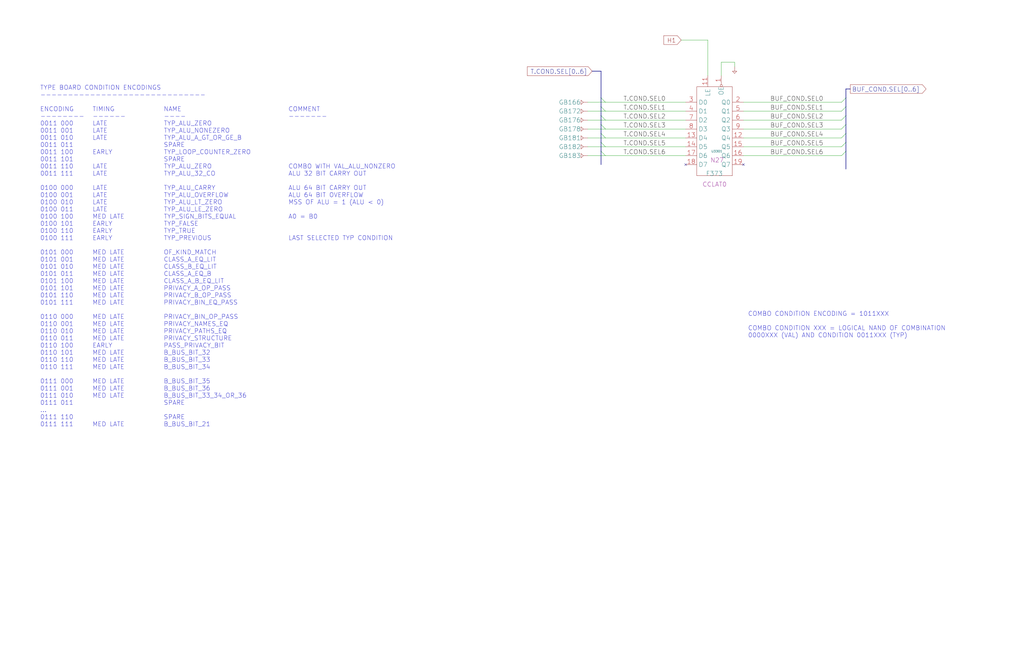
<source format=kicad_sch>
(kicad_sch (version 20250114) (generator "eeschema") (generator_version "9.0")
  (paper "User" 584.2 378.46)
  (title_block (title "CONDITION LOGIC") (date "15-MAR-90") (rev "1.0") (comment 1 "TYPE") (comment 2 "232-003062") (comment 3 "S400") (comment 4 "RELEASED"))
  (lib_symbols
    (symbol "r1000:F373" (pin_names (offset 1.016))
      (property "Reference" "U" (at 2.54 5.08 0))
      (property "Value" "F373" (at -3.81 -7.62 0))
      (property "Location" "___" (at -1.27 0 0))
      (property "Name" "______" (at 1.27 -15.24 0))
      (symbol "F373_1_1"
        (rectangle (start -8.89 41.91) (end 11.43 -8.89))
        (circle (center 5.08 42.545) (radius 0.635))
        (pin input line (at -15.24 33.02 0) (length 6.35) (name "D0") (number "3"))
        (pin input line (at -15.24 27.94 0) (length 6.35) (name "D1") (number "4"))
        (pin input line (at -15.24 22.86 0) (length 6.35) (name "D2") (number "7"))
        (pin input line (at -15.24 17.78 0) (length 6.35) (name "D3") (number "8"))
        (pin input line (at -15.24 12.7 0) (length 6.35) (name "D4") (number "13"))
        (pin input line (at -15.24 7.62 0) (length 6.35) (name "D5") (number "14"))
        (pin input line (at -15.24 2.54 0) (length 6.35) (name "D6") (number "17"))
        (pin input line (at -15.24 -2.54 0) (length 6.35) (name "D7") (number "18"))
        (pin input line (at -2.54 48.26 270) (length 6.35) (name "LE") (number "11"))
        (pin input line (at 5.08 48.26 270) (length 5.08) (name "OE") (number "1"))
        (pin tri_state line (at 17.78 33.02 180) (length 6.35) (name "Q0") (number "2"))
        (pin tri_state line (at 17.78 27.94 180) (length 6.35) (name "Q1") (number "5"))
        (pin tri_state line (at 17.78 22.86 180) (length 6.35) (name "Q2") (number "6"))
        (pin tri_state line (at 17.78 17.78 180) (length 6.35) (name "Q3") (number "9"))
        (pin tri_state line (at 17.78 12.7 180) (length 6.35) (name "Q4") (number "12"))
        (pin tri_state line (at 17.78 7.62 180) (length 6.35) (name "Q5") (number "15"))
        (pin tri_state line (at 17.78 2.54 180) (length 6.35) (name "Q6") (number "16"))
        (pin tri_state line (at 17.78 -2.54 180) (length 6.35) (name "Q7") (number "19"))
      )
    )
    (symbol "r1000:GB" (pin_numbers (hide yes)) (pin_names (offset 0) (hide yes))
      (property "Reference" "GB" (at 3.81 0 0))
      (symbol "GB_0_1"
        (polyline (pts (xy 2.54 0) (xy 3.81 1.27) (xy 3.81 -1.27) (xy 2.54 0)) (stroke (width 0.1524)))
      )
      (symbol "GB_1_1"
        (pin bidirectional line (at 0 0 0) (length 2.54) (name "") (number "1"))
      )
    )
    (symbol "r1000:PD" (power) (pin_numbers (hide yes)) (pin_names (hide yes)) (in_bom no)
      (symbol "PD_0_1"
        (polyline (pts (xy 0 -2.54) (xy 1.27 -2.54) (xy 0 -3.81) (xy -1.27 -2.54) (xy 0 -2.54)) (stroke (width 0.1524)))
      )
      (symbol "PD_1_1"
        (pin power_in line (at 0 0 270) (length 2.54) (name "PD") (number "1"))
      )
    )
  )
  (text "TYPE BOARD CONDITION ENCODINGS\n------------------------------\n\nENCODING	TIMING			NAME						COMMENT\n--------	------			----						-------\n0011 000	LATE			TYP_ALU_ZERO\n0011 001	LATE			TYP_ALU_NONEZERO\n0011 010	LATE			TYP_ALU_A_GT_OR_GE_B\n0011 011					SPARE\n0011 100	EARLY			TYP_LOOP_COUNTER_ZERO\n0011 101					SPARE\n0011 110	LATE			TYP_ALU_ZERO				COMBO WITH VAL_ALU_NONZERO\n0011 111	LATE			TYP_ALU_32_CO				ALU 32 BIT CARRY OUT\n\n0100 000	LATE			TYP_ALU_CARRY				ALU 64 BIT CARRY OUT\n0100 001	LATE			TYP_ALU_OVERFLOW			ALU 64 BIT OVERFLOW\n0100 010	LATE			TYP_ALU_LT_ZERO				MSS OF ALU = 1 (ALU < 0)\n0100 011	LATE			TYP_ALU_LE_ZERO\n0100 100	MED LATE		TYP_SIGN_BITS_EQUAL			A0 = B0\n0100 101	EARLY			TYP_FALSE\n0100 110	EARLY			TYP_TRUE\n0100 111	EARLY			TYP_PREVIOUS				LAST SELECTED TYP CONDITION\n\n0101 000	MED LATE		OF_KIND_MATCH\n0101 001	MED LATE		CLASS_A_EQ_LIT\n0101 010	MED LATE		CLASS_B_EQ_LIT\n0101 011	MED LATE		CLASS_A_EQ_B\n0101 100	MED LATE		CLASS_A_B_EQ_LIT\n0101 101	MED LATE		PRIVACY_A_OP_PASS\n0101 110	MED LATE		PRIVACY_B_OP_PASS\n0101 111	MED LATE		PRIVACY_BIN_EQ_PASS\n\n0110 000	MED LATE		PRIVACY_BIN_OP_PASS\n0110 001	MED LATE		PRIVACY_NAMES_EQ\n0110 010	MED LATE		PRIVACY_PATHS_EQ\n0110 011	MED LATE		PRIVACY_STRUCTURE\n0110 100	EARLY			PASS_PRIVACY_BIT\n0110 101	MED LATE		B_BUS_BIT_32\n0110 110	MED LATE		B_BUS_BIT_33\n0110 111	MED LATE		B_BUS_BIT_34\n\n0111 000	MED LATE		B_BUS_BIT_35\n0111 001	MED LATE		B_BUS_BIT_36\n0111 010	MED LATE		B_BUS_BIT_33_34_OR_36\n0111 011					SPARE\n...\n0111 110					SPARE\n0111 111	MED LATE		B_BUS_BIT_21" (at 22.86 243.84 0) (effects (font (size 2.54 2.54)) (justify left bottom)))
  (text "COMBO CONDITION ENCODING = 1011XXX\n\nCOMBO CONDITION XXX = LOGICAL NAND OF COMBINATION\n0000XXX (VAL) AND CONDITION 0011XXX (TYP)\n" (at 426.72 193.04 0) (effects (font (size 2.54 2.54)) (justify left bottom)))
  (no_connect (at 424.18 93.98))
  (no_connect (at 391.16 93.98))
  (bus_entry (at 342.9 76.2) (size 2.54 2.54))
  (bus_entry (at 482.6 81.28) (size -2.54 2.54))
  (bus_entry (at 342.9 81.28) (size 2.54 2.54))
  (bus_entry (at 482.6 86.36) (size -2.54 2.54))
  (bus_entry (at 482.6 76.2) (size -2.54 2.54))
  (bus_entry (at 342.9 71.12) (size 2.54 2.54))
  (bus_entry (at 482.6 66.04) (size -2.54 2.54))
  (bus_entry (at 342.9 55.88) (size 2.54 2.54))
  (bus_entry (at 342.9 86.36) (size 2.54 2.54))
  (bus_entry (at 482.6 71.12) (size -2.54 2.54))
  (bus_entry (at 482.6 60.96) (size -2.54 2.54))
  (bus_entry (at 482.6 55.88) (size -2.54 2.54))
  (bus_entry (at 342.9 60.96) (size 2.54 2.54))
  (bus_entry (at 342.9 66.04) (size 2.54 2.54))
  (bus (pts (xy 482.6 50.8) (xy 482.6 55.88)))
  (bus (pts (xy 482.6 76.2) (xy 482.6 81.28)))
  (wire (pts (xy 411.48 35.56) (xy 419.1 35.56)))
  (wire (pts (xy 345.44 73.66) (xy 391.16 73.66)))
  (wire (pts (xy 424.18 68.58) (xy 480.06 68.58)))
  (wire (pts (xy 345.44 78.74) (xy 391.16 78.74)))
  (bus (pts (xy 482.6 81.28) (xy 482.6 86.36)))
  (wire (pts (xy 335.28 63.5) (xy 345.44 63.5)))
  (wire (pts (xy 424.18 83.82) (xy 480.06 83.82)))
  (wire (pts (xy 403.86 43.18) (xy 403.86 22.86)))
  (bus (pts (xy 342.9 40.64) (xy 342.9 55.88)))
  (wire (pts (xy 335.28 83.82) (xy 345.44 83.82)))
  (wire (pts (xy 335.28 78.74) (xy 345.44 78.74)))
  (wire (pts (xy 403.86 22.86) (xy 388.62 22.86)))
  (bus (pts (xy 342.9 55.88) (xy 342.9 60.96)))
  (wire (pts (xy 424.18 63.5) (xy 480.06 63.5)))
  (wire (pts (xy 345.44 63.5) (xy 391.16 63.5)))
  (wire (pts (xy 345.44 83.82) (xy 391.16 83.82)))
  (bus (pts (xy 337.82 40.64) (xy 342.9 40.64)))
  (bus (pts (xy 482.6 71.12) (xy 482.6 76.2)))
  (wire (pts (xy 424.18 58.42) (xy 480.06 58.42)))
  (bus (pts (xy 342.9 66.04) (xy 342.9 71.12)))
  (bus (pts (xy 482.6 86.36) (xy 482.6 96.52)))
  (wire (pts (xy 335.28 68.58) (xy 345.44 68.58)))
  (wire (pts (xy 335.28 73.66) (xy 345.44 73.66)))
  (bus (pts (xy 342.9 71.12) (xy 342.9 76.2)))
  (bus (pts (xy 482.6 55.88) (xy 482.6 60.96)))
  (bus (pts (xy 342.9 86.36) (xy 342.9 93.98)))
  (bus (pts (xy 342.9 81.28) (xy 342.9 86.36)))
  (wire (pts (xy 424.18 73.66) (xy 480.06 73.66)))
  (bus (pts (xy 482.6 50.8) (xy 485.14 50.8)))
  (wire (pts (xy 335.28 88.9) (xy 345.44 88.9)))
  (wire (pts (xy 411.48 43.18) (xy 411.48 35.56)))
  (bus (pts (xy 342.9 60.96) (xy 342.9 66.04)))
  (wire (pts (xy 345.44 88.9) (xy 391.16 88.9)))
  (wire (pts (xy 345.44 58.42) (xy 391.16 58.42)))
  (wire (pts (xy 345.44 68.58) (xy 391.16 68.58)))
  (wire (pts (xy 424.18 78.74) (xy 480.06 78.74)))
  (wire (pts (xy 335.28 58.42) (xy 345.44 58.42)))
  (wire (pts (xy 419.1 35.56) (xy 419.1 38.1)))
  (bus (pts (xy 342.9 76.2) (xy 342.9 81.28)))
  (bus (pts (xy 482.6 66.04) (xy 482.6 71.12)))
  (wire (pts (xy 424.18 88.9) (xy 480.06 88.9)))
  (bus (pts (xy 482.6 60.96) (xy 482.6 66.04)))
  (label "BUF_COND.SEL6" (at 439.42 88.9 0) (effects (font (size 2.54 2.54))))
  (label "BUF_COND.SEL2" (at 439.42 68.58 0) (effects (font (size 2.54 2.54))))
  (label "BUF_COND.SEL5" (at 439.42 83.82 0) (effects (font (size 2.54 2.54))))
  (label "T.COND.SEL1" (at 355.6 63.5 0) (effects (font (size 2.54 2.54))))
  (label "T.COND.SEL2" (at 355.6 68.58 0) (effects (font (size 2.54 2.54))))
  (label "BUF_COND.SEL0" (at 439.42 58.42 0) (effects (font (size 2.54 2.54))))
  (label "BUF_COND.SEL3" (at 439.42 73.66 0) (effects (font (size 2.54 2.54))))
  (label "T.COND.SEL6" (at 355.6 88.9 0) (effects (font (size 2.54 2.54))))
  (label "T.COND.SEL3" (at 355.6 73.66 0) (effects (font (size 2.54 2.54))))
  (label "T.COND.SEL4" (at 355.6 78.74 0) (effects (font (size 2.54 2.54))))
  (label "T.COND.SEL0" (at 355.6 58.42 0) (effects (font (size 2.54 2.54))))
  (label "BUF_COND.SEL1" (at 439.42 63.5 0) (effects (font (size 2.54 2.54))))
  (label "BUF_COND.SEL4" (at 439.42 78.74 0) (effects (font (size 2.54 2.54))))
  (label "T.COND.SEL5" (at 355.6 83.82 0) (effects (font (size 2.54 2.54))))
  (global_label "T.COND.SEL[0..6]" (shape input) (at 337.82 40.64 180) (effects (font (size 2.54 2.54))) (property "Intersheetrefs" "${INTERSHEET_REFS}" (at 300.8207 40.4813 0) (effects (font (size 1.905 1.905)) (justify right))))
  (global_label "BUF_COND.SEL[0..6]" (shape output) (at 485.14 50.8 0) (effects (font (size 2.54 2.54))) (property "Intersheetrefs" "${INTERSHEET_REFS}" (at 528.3079 50.6413 0) (effects (font (size 1.905 1.905)) (justify left))))
  (global_label "H1" (shape input) (at 388.62 22.86 180) (effects (font (size 2.54 2.54))) (property "Intersheetrefs" "${INTERSHEET_REFS}" (at 378.714 22.7013 0) (effects (font (size 1.905 1.905)) (justify right))))
  (symbol (lib_id "r1000:GB") (at 335.28 58.42 0) (mirror y) (unit 1)
    (property "Reference" "GB166" (at 331.47 58.42 0) (effects (font (size 2.54 2.54)) (justify left)))
    (property "Value" "GB" (effects (hide yes)))
  )
  (symbol (lib_id "r1000:PD") (at 419.1 38.1 0) (unit 1) (in_bom no)
    (property "Reference" "#PWR03301" (effects (hide yes)))
    (property "Value" "PD" (effects (hide yes)))
  )
  (symbol (lib_id "r1000:F373") (at 406.4 91.44 0) (unit 1)
    (property "Reference" "U3301" (at 408.94 86.36 0))
    (property "Value" "F373" (at 402.59 99.06 0) (effects (font (size 2.54 2.54)) (justify left)))
    (property "Location" "N27" (at 405.13 91.44 0) (effects (font (size 2.54 2.54)) (justify left)))
    (property "Name" "CCLAT0" (at 407.67 106.68 0) (effects (font (size 2.54 2.54)) (justify bottom)))
  )
  (symbol (lib_id "r1000:GB") (at 335.28 83.82 0) (mirror y) (unit 1)
    (property "Reference" "GB182" (at 331.47 83.82 0) (effects (font (size 2.54 2.54)) (justify left)))
    (property "Value" "GB" (effects (hide yes)))
  )
  (symbol (lib_id "r1000:GB") (at 335.28 73.66 0) (mirror y) (unit 1)
    (property "Reference" "GB178" (at 331.47 73.66 0) (effects (font (size 2.54 2.54)) (justify left)))
    (property "Value" "GB" (effects (hide yes)))
  )
  (symbol (lib_id "r1000:GB") (at 335.28 63.5 0) (mirror y) (unit 1)
    (property "Reference" "GB172" (at 331.47 63.5 0) (effects (font (size 2.54 2.54)) (justify left)))
    (property "Value" "GB" (effects (hide yes)))
  )
  (symbol (lib_id "r1000:GB") (at 335.28 88.9 0) (mirror y) (unit 1)
    (property "Reference" "GB183" (at 331.47 88.9 0) (effects (font (size 2.54 2.54)) (justify left)))
    (property "Value" "GB" (effects (hide yes)))
  )
  (symbol (lib_id "r1000:GB") (at 335.28 68.58 0) (mirror y) (unit 1)
    (property "Reference" "GB176" (at 331.47 68.58 0) (effects (font (size 2.54 2.54)) (justify left)))
    (property "Value" "GB" (effects (hide yes)))
  )
  (symbol (lib_id "r1000:GB") (at 335.28 78.74 0) (mirror y) (unit 1)
    (property "Reference" "GB181" (at 331.47 78.74 0) (effects (font (size 2.54 2.54)) (justify left)))
    (property "Value" "GB" (effects (hide yes)))
  )
)
</source>
